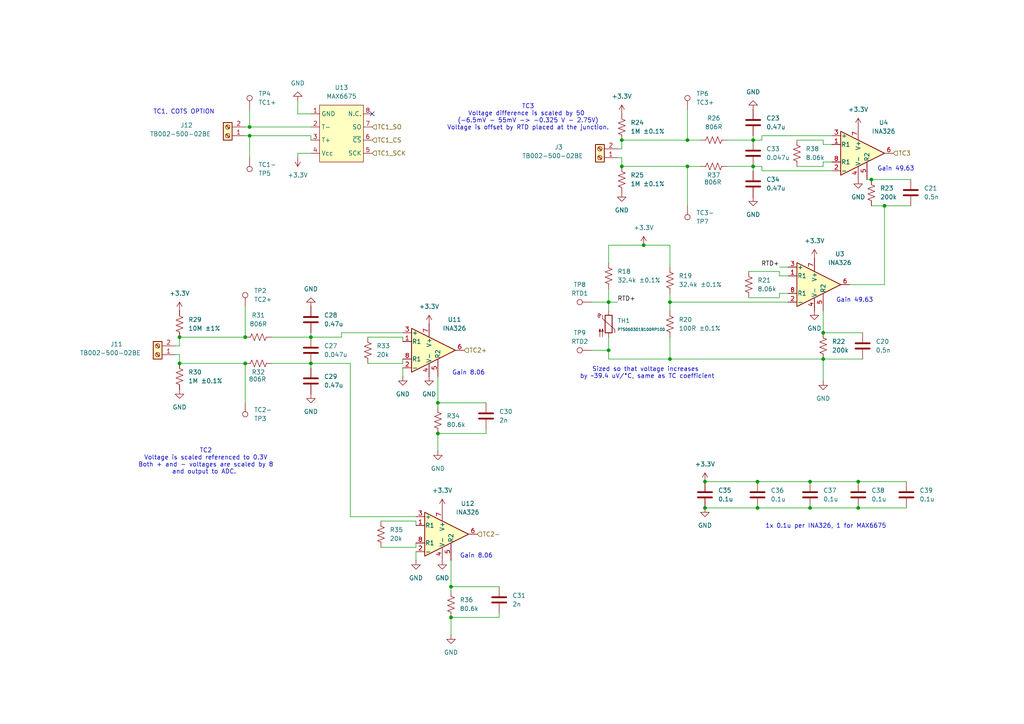
<source format=kicad_sch>
(kicad_sch (version 20250114) (generator "eeschema") (generator_version "9.0")
  (paper "A4")
  (lib_symbols
    (symbol "Amplifier_Instrumentation:INA326" (pin_names (offset 0.127))
      (property "Reference" "U" (at 3.81 3.175 0))
      (property "Value" "INA326" (at 3.81 -3.175 0))
      (symbol "INA326_0_1"
        (polyline (pts (xy 7.62 0) (xy -5.08 6.35) (xy -5.08 -6.35) (xy 7.62 0)) (stroke (width 0.254)) (fill (type background)))
      )
      (symbol "INA326_1_1"
        (pin input line (at -7.62 5.08 0) (length 2.54) (name "+") (number "3"))
        (pin passive line (at -7.62 2.54 0) (length 2.54) (name "R1") (number "1"))
        (pin passive line (at -7.62 -2.54 0) (length 2.54) (name "R1") (number "8"))
        (pin input line (at -7.62 -5.08 0) (length 2.54) (name "-") (number "2"))
        (pin power_in line (at 0 7.62 270) (length 3.81) (name "V+") (number "7"))
        (pin power_in line (at 0 -7.62 90) (length 3.81) (name "V-") (number "4"))
        (pin input line (at 2.54 -7.62 90) (length 5.08) (name "R2") (number "5"))
        (pin output line (at 10.16 0 180) (length 2.54) (name "~") (number "6"))
      )
    )
    (symbol "Connector:Screw_Terminal_01x02" (pin_names (offset 1.016) (hide yes))
      (property "Reference" "J" (at 0 2.54 0))
      (property "Value" "Screw_Terminal_01x02" (at 0 -5.08 0))
      (symbol "Screw_Terminal_01x02_1_1"
        (rectangle (start -1.27 1.27) (end 1.27 -3.81) (stroke (width 0.254)) (fill (type background)))
        (polyline (pts (xy -0.5334 0.3302) (xy 0.3302 -0.508)) (stroke (width 0.1524)))
        (polyline (pts (xy -0.5334 -2.2098) (xy 0.3302 -3.048)) (stroke (width 0.1524)))
        (polyline (pts (xy -0.3556 0.508) (xy 0.508 -0.3302)) (stroke (width 0.1524)))
        (polyline (pts (xy -0.3556 -2.032) (xy 0.508 -2.8702)) (stroke (width 0.1524)))
        (circle (center 0 0) (radius 0.635) (stroke (width 0.1524)))
        (circle (center 0 -2.54) (radius 0.635) (stroke (width 0.1524)))
        (pin passive line (at -5.08 0 0) (length 3.81) (name "Pin_1") (number "1"))
        (pin passive line (at -5.08 -2.54 0) (length 3.81) (name "Pin_2") (number "2"))
      )
    )
    (symbol "Connector:TestPoint" (pin_numbers (hide yes)) (pin_names (offset 0.762) (hide yes))
      (property "Reference" "TP" (at 0 6.858 0))
      (property "Value" "TestPoint" (at 0 5.08 0))
      (symbol "TestPoint_0_1"
        (circle (center 0 3.302) (radius 0.762))
      )
      (symbol "TestPoint_1_1"
        (pin passive line (at 0 0 90) (length 2.54) (name "1") (number "1"))
      )
    )
    (symbol "Device:C" (pin_numbers (hide yes)) (pin_names (offset 0.254))
      (property "Reference" "C" (at 0.635 2.54 0))
      (property "Value" "C" (at 0.635 -2.54 0))
      (symbol "C_0_1"
        (polyline (pts (xy -2.032 0.762) (xy 2.032 0.762)) (stroke (width 0.508)))
        (polyline (pts (xy -2.032 -0.762) (xy 2.032 -0.762)) (stroke (width 0.508)))
      )
      (symbol "C_1_1"
        (pin passive line (at 0 3.81 270) (length 2.794) (name "~") (number "1"))
        (pin passive line (at 0 -3.81 90) (length 2.794) (name "~") (number "2"))
      )
    )
    (symbol "Device:R_US" (pin_numbers (hide yes)) (pin_names (offset 0))
      (property "Reference" "R" (at 2.54 0 90))
      (property "Value" "R_US" (at -2.54 0 90))
      (symbol "R_US_0_1"
        (polyline (pts (xy 0 2.286) (xy 0 2.54)))
        (polyline (pts (xy 0 2.286) (xy 1.016 1.905) (xy 0 1.524) (xy -1.016 1.143) (xy 0 0.762)))
        (polyline (pts (xy 0 0.762) (xy 1.016 0.381) (xy 0 0) (xy -1.016 -0.381) (xy 0 -0.762)))
        (polyline (pts (xy 0 -0.762) (xy 1.016 -1.143) (xy 0 -1.524) (xy -1.016 -1.905) (xy 0 -2.286)))
        (polyline (pts (xy 0 -2.286) (xy 0 -2.54)))
      )
      (symbol "R_US_1_1"
        (pin passive line (at 0 3.81 270) (length 1.27) (name "~") (number "1"))
        (pin passive line (at 0 -3.81 90) (length 1.27) (name "~") (number "2"))
      )
    )
    (symbol "FYDP_Library:MAX6675"
      (property "Reference" "U" (at 0 0 0))
      (property "Value" "MAX6675" (at -0.254 -2.032 0))
      (symbol "MAX6675_0_1"
        (rectangle (start -6.35 -3.81) (end 6.35 -20.32) (fill (type background)))
      )
      (symbol "MAX6675_1_1"
        (pin input line (at -8.89 -6.35 0) (length 2.54) (name "GND") (number "1"))
        (pin input line (at -8.89 -10.16 0) (length 2.54) (name "T-") (number "2"))
        (pin input line (at -8.89 -13.97 0) (length 2.54) (name "T+") (number "3"))
        (pin input line (at -8.89 -17.78 0) (length 2.54) (name "Vcc") (number "4"))
        (pin input line (at 8.89 -6.35 180) (length 2.54) (name "N.C.") (number "8"))
        (pin input line (at 8.89 -10.16 180) (length 2.54) (name "SO") (number "7"))
        (pin input line (at 8.89 -13.97 180) (length 2.54) (name "~{CS}") (number "6"))
        (pin input line (at 8.89 -17.78 180) (length 2.54) (name "SCK") (number "5"))
      )
    )
    (symbol "Sensor_Temperature:PT100" (pin_numbers (hide yes)) (pin_names (offset 0))
      (property "Reference" "TH" (at -4.445 0 90))
      (property "Value" "PT100" (at 3.175 0 90))
      (symbol "PT100_0_1"
        (arc (start -3.175 2.413) (mid -3.0506 2.3165) (end -3.048 2.159))
        (arc (start -3.048 2.794) (mid -2.9736 2.9736) (end -2.794 3.048))
        (arc (start -2.794 3.048) (mid -2.6144 2.9736) (end -2.54 2.794))
        (arc (start -2.794 2.54) (mid -2.9736 2.6144) (end -3.048 2.794))
        (arc (start -2.794 1.905) (mid -2.9736 1.9794) (end -3.048 2.159))
        (arc (start -2.54 2.159) (mid -2.6144 1.9794) (end -2.794 1.905))
        (arc (start -2.159 2.794) (mid -2.434 2.5608) (end -2.794 2.54))
        (polyline (pts (xy -2.54 2.159) (xy -2.54 2.794)))
        (polyline (pts (xy -2.54 -3.683) (xy -2.54 -1.397) (xy -2.794 -2.159) (xy -2.286 -2.159) (xy -2.54 -1.397) (xy -2.54 -1.651)) (fill (type outline)))
        (polyline (pts (xy -1.778 2.54) (xy -1.778 1.524) (xy 1.778 -1.524) (xy 1.778 -2.54)))
        (polyline (pts (xy -1.778 -3.683) (xy -1.778 -1.397) (xy -2.032 -2.159) (xy -1.524 -2.159) (xy -1.778 -1.397) (xy -1.778 -1.651)) (fill (type outline)))
        (rectangle (start -1.016 2.54) (end 1.016 -2.54) (stroke (width 0.254)))
      )
      (symbol "PT100_1_1"
        (pin passive line (at 0 3.81 270) (length 1.27) (name "~") (number "1"))
        (pin passive line (at 0 -3.81 90) (length 1.27) (name "~") (number "2"))
      )
    )
    (symbol "power:+3.3V" (power) (pin_numbers (hide yes)) (pin_names (offset 0) (hide yes))
      (property "Value" "+3.3V" (at 0 3.556 0))
      (symbol "+3.3V_0_1"
        (polyline (pts (xy -0.762 1.27) (xy 0 2.54)))
        (polyline (pts (xy 0 2.54) (xy 0.762 1.27)))
        (polyline (pts (xy 0 0) (xy 0 2.54)))
      )
      (symbol "+3.3V_1_1"
        (pin power_in line (at 0 0 90) (length 0) (name "~") (number "1"))
      )
    )
    (symbol "power:GND" (power) (pin_numbers (hide yes)) (pin_names (offset 0) (hide yes))
      (property "Value" "GND" (at 0 -3.81 0))
      (symbol "GND_0_1"
        (polyline (pts (xy 0 0) (xy 0 -1.27) (xy 1.27 -1.27) (xy 0 -2.54) (xy -1.27 -1.27) (xy 0 -1.27)))
      )
      (symbol "GND_1_1"
        (pin power_in line (at 0 0 270) (length 0) (name "~") (number "1"))
      )
    )
  )
  (text "TC3\nVoltage difference is scaled by 50 \n(-6.5mV - 55mV -> -0.325 V - 2.75V)\nVoltage is offset by RTD placed at the junction.\n" (at 153.162 34.036 0) (effects (font (size 1.27 1.27))))
  (text "Gain 8.06" (at 138.176 161.29 0) (effects (font (size 1.27 1.27))))
  (text "Sized so that voltage increases \nby ~39.4 uV/°C, same as TC coefficient" (at 187.706 108.204 0) (effects (font (size 1.27 1.27))))
  (text "Gain 49.63" (at 259.842 49.022 0) (effects (font (size 1.27 1.27))))
  (text "Gain 8.06" (at 135.89 108.204 0) (effects (font (size 1.27 1.27))))
  (text "TC2\nVoltage is scaled referenced to 0.3V\nBoth + and - voltages are scaled by 8\nand output to ADC. " (at 59.69 133.858 0) (effects (font (size 1.27 1.27))))
  (text "Gain 49.63" (at 247.904 87.122 0) (effects (font (size 1.27 1.27))))
  (text "1x 0.1u per INA326, 1 for MAX6675" (at 239.522 152.654 0) (effects (font (size 1.27 1.27))))
  (text "TC1, COTS OPTION" (at 53.34 32.512 0) (effects (font (size 1.27 1.27))))
  (junction (at 194.31 104.14))
  (junction (at 238.76 104.14))
  (junction (at 127 116.84))
  (junction (at 71.12 105.41))
  (junction (at 204.47 139.7))
  (junction (at 194.31 87.63))
  (junction (at 71.12 97.79))
  (junction (at 199.39 40.64))
  (junction (at 72.39 39.37))
  (junction (at 90.17 97.79))
  (junction (at 218.44 48.26))
  (junction (at 256.54 59.69))
  (junction (at 248.92 139.7))
  (junction (at 127 125.73))
  (junction (at 176.53 101.6))
  (junction (at 234.95 139.7))
  (junction (at 52.07 97.79))
  (junction (at 219.71 139.7))
  (junction (at 238.76 96.52))
  (junction (at 52.07 105.41))
  (junction (at 204.47 147.32))
  (junction (at 180.34 48.26))
  (junction (at 72.39 36.83))
  (junction (at 218.44 40.64))
  (junction (at 176.53 87.63))
  (junction (at 219.71 147.32))
  (junction (at 186.69 71.12))
  (junction (at 130.81 170.18))
  (junction (at 180.34 40.64))
  (junction (at 248.92 147.32))
  (junction (at 90.17 105.41))
  (junction (at 252.73 52.07))
  (junction (at 199.39 48.26))
  (junction (at 234.95 147.32))
  (junction (at 130.81 179.07))
  (no_connect (at 107.95 33.02))
  (wire (pts (xy 226.06 80.01) (xy 228.6 80.01)))
  (wire (pts (xy 130.81 170.18) (xy 144.78 170.18)))
  (wire (pts (xy 231.14 40.64) (xy 238.76 40.64)))
  (wire (pts (xy 218.44 39.37) (xy 218.44 40.64)))
  (wire (pts (xy 194.31 104.14) (xy 238.76 104.14)))
  (wire (pts (xy 101.6 149.86) (xy 120.65 149.86)))
  (wire (pts (xy 194.31 71.12) (xy 194.31 77.47)))
  (wire (pts (xy 72.39 39.37) (xy 90.17 39.37)))
  (wire (pts (xy 171.45 101.6) (xy 176.53 101.6)))
  (wire (pts (xy 130.81 162.56) (xy 130.81 170.18)))
  (wire (pts (xy 238.76 48.26) (xy 231.14 48.26)))
  (wire (pts (xy 116.84 105.41) (xy 116.84 104.14)))
  (wire (pts (xy 72.39 39.37) (xy 72.39 45.72)))
  (wire (pts (xy 120.65 160.02) (xy 120.65 162.56)))
  (wire (pts (xy 180.34 40.64) (xy 199.39 40.64)))
  (wire (pts (xy 256.54 59.69) (xy 252.73 59.69)))
  (wire (pts (xy 210.82 40.64) (xy 218.44 40.64)))
  (wire (pts (xy 203.2 48.26) (xy 199.39 48.26)))
  (wire (pts (xy 194.31 85.09) (xy 194.31 87.63)))
  (wire (pts (xy 238.76 96.52) (xy 250.19 96.52)))
  (wire (pts (xy 248.92 147.32) (xy 262.89 147.32)))
  (wire (pts (xy 101.6 105.41) (xy 90.17 105.41)))
  (wire (pts (xy 194.31 97.79) (xy 194.31 104.14)))
  (wire (pts (xy 179.07 43.18) (xy 180.34 43.18)))
  (wire (pts (xy 176.53 71.12) (xy 186.69 71.12)))
  (wire (pts (xy 72.39 36.83) (xy 90.17 36.83)))
  (wire (pts (xy 194.31 87.63) (xy 194.31 90.17)))
  (wire (pts (xy 199.39 31.75) (xy 199.39 40.64)))
  (wire (pts (xy 144.78 177.8) (xy 144.78 179.07)))
  (wire (pts (xy 116.84 97.79) (xy 116.84 99.06)))
  (wire (pts (xy 106.68 97.79) (xy 116.84 97.79)))
  (wire (pts (xy 199.39 48.26) (xy 199.39 59.69)))
  (wire (pts (xy 52.07 105.41) (xy 71.12 105.41)))
  (wire (pts (xy 116.84 96.52) (xy 99.06 96.52)))
  (wire (pts (xy 71.12 36.83) (xy 72.39 36.83)))
  (wire (pts (xy 99.06 96.52) (xy 99.06 97.79)))
  (wire (pts (xy 180.34 48.26) (xy 199.39 48.26)))
  (wire (pts (xy 219.71 147.32) (xy 234.95 147.32)))
  (wire (pts (xy 176.53 104.14) (xy 194.31 104.14)))
  (wire (pts (xy 116.84 106.68) (xy 116.84 109.22)))
  (wire (pts (xy 180.34 40.64) (xy 180.34 43.18)))
  (wire (pts (xy 140.97 124.46) (xy 140.97 125.73)))
  (wire (pts (xy 248.92 139.7) (xy 262.89 139.7)))
  (wire (pts (xy 120.65 158.75) (xy 120.65 157.48)))
  (wire (pts (xy 52.07 102.87) (xy 52.07 105.41)))
  (wire (pts (xy 71.12 88.9) (xy 71.12 97.79)))
  (wire (pts (xy 50.8 102.87) (xy 52.07 102.87)))
  (wire (pts (xy 228.6 87.63) (xy 194.31 87.63)))
  (wire (pts (xy 203.2 40.64) (xy 199.39 40.64)))
  (wire (pts (xy 86.36 44.45) (xy 90.17 44.45)))
  (wire (pts (xy 251.46 52.07) (xy 252.73 52.07)))
  (wire (pts (xy 238.76 41.91) (xy 241.3 41.91)))
  (wire (pts (xy 220.98 49.53) (xy 220.98 48.26)))
  (wire (pts (xy 130.81 170.18) (xy 130.81 171.45)))
  (wire (pts (xy 228.6 85.09) (xy 226.06 85.09)))
  (wire (pts (xy 86.36 29.21) (xy 86.36 33.02)))
  (wire (pts (xy 194.31 71.12) (xy 186.69 71.12)))
  (wire (pts (xy 176.53 87.63) (xy 179.07 87.63)))
  (wire (pts (xy 217.17 78.74) (xy 226.06 78.74)))
  (wire (pts (xy 110.49 151.13) (xy 120.65 151.13)))
  (wire (pts (xy 219.71 139.7) (xy 234.95 139.7)))
  (wire (pts (xy 176.53 83.82) (xy 176.53 87.63)))
  (wire (pts (xy 52.07 97.79) (xy 52.07 100.33)))
  (wire (pts (xy 256.54 82.55) (xy 256.54 59.69)))
  (wire (pts (xy 176.53 76.2) (xy 176.53 71.12)))
  (wire (pts (xy 127 125.73) (xy 127 130.81)))
  (wire (pts (xy 256.54 59.69) (xy 264.16 59.69)))
  (wire (pts (xy 127 116.84) (xy 127 118.11)))
  (wire (pts (xy 204.47 147.32) (xy 219.71 147.32)))
  (wire (pts (xy 52.07 97.79) (xy 71.12 97.79)))
  (wire (pts (xy 241.3 46.99) (xy 238.76 46.99)))
  (wire (pts (xy 234.95 139.7) (xy 248.92 139.7)))
  (wire (pts (xy 127 109.22) (xy 127 116.84)))
  (wire (pts (xy 238.76 40.64) (xy 238.76 41.91)))
  (wire (pts (xy 90.17 39.37) (xy 90.17 40.64)))
  (wire (pts (xy 50.8 100.33) (xy 52.07 100.33)))
  (wire (pts (xy 220.98 48.26) (xy 218.44 48.26)))
  (wire (pts (xy 238.76 90.17) (xy 238.76 96.52)))
  (wire (pts (xy 101.6 105.41) (xy 101.6 149.86)))
  (wire (pts (xy 218.44 49.53) (xy 218.44 48.26)))
  (wire (pts (xy 246.38 82.55) (xy 256.54 82.55)))
  (wire (pts (xy 127 116.84) (xy 140.97 116.84)))
  (wire (pts (xy 241.3 39.37) (xy 220.98 39.37)))
  (wire (pts (xy 238.76 104.14) (xy 238.76 110.49)))
  (wire (pts (xy 250.19 104.14) (xy 238.76 104.14)))
  (wire (pts (xy 71.12 105.41) (xy 71.12 116.84)))
  (wire (pts (xy 176.53 87.63) (xy 176.53 90.17)))
  (wire (pts (xy 252.73 52.07) (xy 264.16 52.07)))
  (wire (pts (xy 241.3 49.53) (xy 220.98 49.53)))
  (wire (pts (xy 238.76 46.99) (xy 238.76 48.26)))
  (wire (pts (xy 144.78 179.07) (xy 130.81 179.07)))
  (wire (pts (xy 106.68 105.41) (xy 116.84 105.41)))
  (wire (pts (xy 171.45 87.63) (xy 176.53 87.63)))
  (wire (pts (xy 86.36 45.72) (xy 86.36 44.45)))
  (wire (pts (xy 120.65 151.13) (xy 120.65 152.4)))
  (wire (pts (xy 78.74 105.41) (xy 90.17 105.41)))
  (wire (pts (xy 220.98 39.37) (xy 220.98 40.64)))
  (wire (pts (xy 180.34 45.72) (xy 180.34 48.26)))
  (wire (pts (xy 90.17 106.68) (xy 90.17 105.41)))
  (wire (pts (xy 110.49 158.75) (xy 120.65 158.75)))
  (wire (pts (xy 226.06 77.47) (xy 228.6 77.47)))
  (wire (pts (xy 140.97 125.73) (xy 127 125.73)))
  (wire (pts (xy 226.06 85.09) (xy 226.06 86.36)))
  (wire (pts (xy 72.39 31.75) (xy 72.39 36.83)))
  (wire (pts (xy 220.98 40.64) (xy 218.44 40.64)))
  (wire (pts (xy 234.95 147.32) (xy 248.92 147.32)))
  (wire (pts (xy 204.47 139.7) (xy 219.71 139.7)))
  (wire (pts (xy 179.07 45.72) (xy 180.34 45.72)))
  (wire (pts (xy 86.36 33.02) (xy 90.17 33.02)))
  (wire (pts (xy 176.53 97.79) (xy 176.53 101.6)))
  (wire (pts (xy 226.06 78.74) (xy 226.06 80.01)))
  (wire (pts (xy 176.53 101.6) (xy 176.53 104.14)))
  (wire (pts (xy 90.17 96.52) (xy 90.17 97.79)))
  (wire (pts (xy 78.74 97.79) (xy 90.17 97.79)))
  (wire (pts (xy 99.06 97.79) (xy 90.17 97.79)))
  (wire (pts (xy 71.12 39.37) (xy 72.39 39.37)))
  (wire (pts (xy 210.82 48.26) (xy 218.44 48.26)))
  (wire (pts (xy 226.06 86.36) (xy 217.17 86.36)))
  (wire (pts (xy 130.81 179.07) (xy 130.81 184.15)))
  (label "RTD+" (at 179.07 87.63 0))
  (label "RTD+" (at 226.06 77.47 180))
  (hierarchical_label "TC2-" (shape input) (at 138.43 154.94 0))
  (hierarchical_label "TC2+" (shape input) (at 134.62 101.6 0))
  (hierarchical_label "TC1_SCK" (shape input) (at 107.95 44.45 0))
  (hierarchical_label "TC3" (shape input) (at 259.08 44.45 0))
  (hierarchical_label "TC1_SO" (shape input) (at 107.95 36.83 0))
  (hierarchical_label "TC1_CS" (shape input) (at 107.95 40.64 0))
  (symbol (lib_id "Connector:TestPoint") (at 71.12 88.9 0) (unit 1)
    (property "Reference" "TP2" (at 73.66 84.3279 0) (effects (justify left)))
    (property "Value" "TC2+" (at 73.66 86.8679 0) (effects (justify left)))
    (property "Footprint" "TestPoint:TestPoint_Pad_D2.0mm" (effects (hide yes)))
    (property "Description" "test point" (effects (hide yes)))
  )
  (symbol (lib_id "Connector:Screw_Terminal_01x02") (at 66.04 39.37 180) (unit 1)
    (property "Reference" "J12" (at 54.102 36.322 0))
    (property "Value" "TB002-500-02BE" (at 52.324 38.862 0))
    (property "Footprint" "TerminalBlock_CUI:TerminalBlock_CUI_TB007-508-02_1x02_P5.08mm_Horizontal" (effects (hide yes)))
    (property "Description" "Generic screw terminal, single row, 01x02, script generated (kicad-library-utils/schlib/autogen/connector/)" (effects (hide yes)))
  )
  (symbol (lib_id "Device:R_US") (at 127 121.92 0) (unit 1)
    (property "Reference" "R34" (at 129.54 120.6499 0) (effects (justify left)))
    (property "Value" "80.6k" (at 129.54 123.1899 0) (effects (justify left)))
    (property "Footprint" "Resistor_SMD:R_0805_2012Metric_Pad1.20x1.40mm_HandSolder" (effects (hide yes)))
    (property "Description" "Resistor, US symbol" (effects (hide yes)))
  )
  (symbol (lib_id "Device:R_US") (at 252.73 55.88 0) (unit 1)
    (property "Reference" "R23" (at 255.27 54.6099 0) (effects (justify left)))
    (property "Value" "200k" (at 255.27 57.1499 0) (effects (justify left)))
    (property "Footprint" "Resistor_SMD:R_0805_2012Metric_Pad1.20x1.40mm_HandSolder" (effects (hide yes)))
    (property "Description" "Resistor, US symbol" (effects (hide yes)))
  )
  (symbol (lib_id "Sensor_Temperature:PT100") (at 176.53 93.98 0) (unit 1)
    (property "Reference" "TH1" (at 179.07 93.0274 0) (effects (justify left)))
    (property "Value" "PTS060301B100RP100" (at 179.07 95.5675 0) (effects (font (size 0.8 0.8)) (justify left)))
    (property "Footprint" "Resistor_SMD:R_0603_1608Metric_Pad0.98x0.95mm_HandSolder" (effects (hide yes)))
    (property "Datasheet" "https://www.heraeus.com/media/media/group/doc_group/products_1/hst/sot_to/de_15/to_92_d.pdf" (effects (hide yes)))
    (property "Description" "PT100 platinum temperature sensor (RTD)" (effects (hide yes)))
  )
  (symbol (lib_id "Amplifier_Instrumentation:INA326") (at 128.27 154.94 0) (unit 1)
    (property "Reference" "U12" (at 135.636 146.05 0))
    (property "Value" "INA326" (at 135.636 148.59 0))
    (property "Footprint" "Package_SO:MSOP-8_3x3mm_P0.65mm" (effects (hide yes)))
    (property "Datasheet" "http://www.ti.com/lit/ds/symlink/ina326.pdf" (effects (hide yes)))
    (property "Description" "Precision, Rail-to-Rail I/O Instrumentation Amplifier, MSOP-8 package" (effects (hide yes)))
  )
  (symbol (lib_id "Connector:Screw_Terminal_01x02") (at 173.99 45.72 180) (unit 1)
    (property "Reference" "J3" (at 162.052 42.672 0))
    (property "Value" "TB002-500-02BE" (at 160.274 45.212 0))
    (property "Footprint" "TerminalBlock_CUI:TerminalBlock_CUI_TB007-508-02_1x02_P5.08mm_Horizontal" (effects (hide yes)))
    (property "Description" "Generic screw terminal, single row, 01x02, script generated (kicad-library-utils/schlib/autogen/connector/)" (effects (hide yes)))
  )
  (symbol (lib_id "power:GND") (at 90.17 114.3 0) (unit 1)
    (property "Reference" "#PWR064" (effects (hide yes)))
    (property "Value" "GND" (at 90.17 119.38 0))
    (property "Description" "Power symbol creates a global label with name \"GND\" , ground" (effects (hide yes)))
  )
  (symbol (lib_id "power:+3.3V") (at 128.27 147.32 0) (unit 1)
    (property "Reference" "#PWR077" (effects (hide yes)))
    (property "Value" "+3.3V" (at 128.27 142.24 0))
    (property "Description" "Power symbol creates a global label with name \"+3.3V\"" (effects (hide yes)))
  )
  (symbol (lib_id "Device:C") (at 144.78 173.99 0) (unit 1)
    (property "Reference" "C31" (at 148.59 172.7199 0) (effects (justify left)))
    (property "Value" "2n" (at 148.59 175.2599 0) (effects (justify left)))
    (property "Footprint" "Capacitor_SMD:C_0805_2012Metric_Pad1.18x1.45mm_HandSolder" (effects (hide yes)))
    (property "Description" "Unpolarized capacitor" (effects (hide yes)))
  )
  (symbol (lib_id "Device:C") (at 204.47 143.51 0) (unit 1)
    (property "Reference" "C35" (at 208.28 142.2399 0) (effects (justify left)))
    (property "Value" "0.1u" (at 208.28 144.7799 0) (effects (justify left)))
    (property "Footprint" "Capacitor_SMD:C_0805_2012Metric_Pad1.18x1.45mm_HandSolder" (effects (hide yes)))
    (property "Description" "Unpolarized capacitor" (effects (hide yes)))
  )
  (symbol (lib_id "power:+3.3V") (at 86.36 45.72 0) (mirror x) (unit 1)
    (property "Reference" "#PWR080" (effects (hide yes)))
    (property "Value" "+3.3V" (at 86.36 50.8 0))
    (property "Description" "Power symbol creates a global label with name \"+3.3V\"" (effects (hide yes)))
  )
  (symbol (lib_id "FYDP_Library:MAX6675") (at 99.06 26.67 0) (unit 1)
    (property "Reference" "U13" (at 99.06 25.4 0))
    (property "Value" "MAX6675" (at 99.06 27.94 0))
    (property "Footprint" "Package_SO:SOIC-8_3.9x4.9mm_P1.27mm" (effects (hide yes)))
  )
  (symbol (lib_id "Device:R_US") (at 52.07 93.98 0) (unit 1)
    (property "Reference" "R29" (at 54.61 92.7099 0) (effects (justify left)))
    (property "Value" "10M ±1%" (at 54.61 95.2499 0) (effects (justify left)))
    (property "Footprint" "Resistor_SMD:R_0805_2012Metric_Pad1.20x1.40mm_HandSolder" (effects (hide yes)))
    (property "Description" "Resistor, US symbol" (effects (hide yes)))
  )
  (symbol (lib_id "Device:R_US") (at 207.01 40.64 90) (unit 1)
    (property "Reference" "R26" (at 207.01 34.29 90))
    (property "Value" "806R" (at 207.01 36.83 90))
    (property "Footprint" "Resistor_SMD:R_0805_2012Metric_Pad1.20x1.40mm_HandSolder" (effects (hide yes)))
    (property "Description" "Resistor, US symbol" (effects (hide yes)))
  )
  (symbol (lib_id "Device:C") (at 262.89 143.51 0) (unit 1)
    (property "Reference" "C39" (at 266.7 142.2399 0) (effects (justify left)))
    (property "Value" "0.1u" (at 266.7 144.7799 0) (effects (justify left)))
    (property "Footprint" "Capacitor_SMD:C_0805_2012Metric_Pad1.18x1.45mm_HandSolder" (effects (hide yes)))
    (property "Description" "Unpolarized capacitor" (effects (hide yes)))
  )
  (symbol (lib_id "Device:R_US") (at 207.01 48.26 90) (unit 1)
    (property "Reference" "R37" (at 207.01 50.8 90))
    (property "Value" "806R" (at 206.756 52.832 90))
    (property "Footprint" "Resistor_SMD:R_0805_2012Metric_Pad1.20x1.40mm_HandSolder" (effects (hide yes)))
    (property "Description" "Resistor, US symbol" (effects (hide yes)))
  )
  (symbol (lib_id "Device:R_US") (at 194.31 81.28 0) (unit 1)
    (property "Reference" "R19" (at 196.85 80.0099 0) (effects (justify left)))
    (property "Value" "32.4k ±0.1%" (at 196.85 82.5499 0) (effects (justify left)))
    (property "Footprint" "Resistor_SMD:R_0805_2012Metric_Pad1.20x1.40mm_HandSolder" (effects (hide yes)))
    (property "Description" "Resistor, US symbol" (effects (hide yes)))
  )
  (symbol (lib_id "Device:R_US") (at 180.34 52.07 0) (unit 1)
    (property "Reference" "R25" (at 182.88 50.7999 0) (effects (justify left)))
    (property "Value" "1M ±0.1%" (at 182.88 53.3399 0) (effects (justify left)))
    (property "Footprint" "Resistor_SMD:R_0805_2012Metric_Pad1.20x1.40mm_HandSolder" (effects (hide yes)))
    (property "Description" "Resistor, US symbol" (effects (hide yes)))
  )
  (symbol (lib_id "Connector:TestPoint") (at 72.39 45.72 0) (mirror x) (unit 1)
    (property "Reference" "TP5" (at 74.93 50.2921 0) (effects (justify left)))
    (property "Value" "TC1-" (at 74.93 47.7521 0) (effects (justify left)))
    (property "Footprint" "TestPoint:TestPoint_Pad_D2.0mm" (effects (hide yes)))
    (property "Description" "test point" (effects (hide yes)))
  )
  (symbol (lib_id "power:+3.3V") (at 204.47 139.7 0) (unit 1)
    (property "Reference" "#PWR036" (effects (hide yes)))
    (property "Value" "+3.3V" (at 204.47 134.62 0))
    (property "Description" "Power symbol creates a global label with name \"+3.3V\"" (effects (hide yes)))
  )
  (symbol (lib_id "power:+3.3V") (at 248.92 36.83 0) (unit 1)
    (property "Reference" "#PWR043" (effects (hide yes)))
    (property "Value" "+3.3V" (at 248.92 31.75 0))
    (property "Description" "Power symbol creates a global label with name \"+3.3V\"" (effects (hide yes)))
  )
  (symbol (lib_id "power:+3.3V") (at 186.69 71.12 0) (unit 1)
    (property "Reference" "#PWR025" (effects (hide yes)))
    (property "Value" "+3.3V" (at 186.69 66.04 0))
    (property "Description" "Power symbol creates a global label with name \"+3.3V\"" (effects (hide yes)))
  )
  (symbol (lib_id "power:GND") (at 248.92 52.07 0) (unit 1)
    (property "Reference" "#PWR044" (effects (hide yes)))
    (property "Value" "GND" (at 248.92 57.15 0))
    (property "Description" "Power symbol creates a global label with name \"GND\" , ground" (effects (hide yes)))
  )
  (symbol (lib_id "power:+3.3V") (at 236.22 74.93 0) (unit 1)
    (property "Reference" "#PWR026" (effects (hide yes)))
    (property "Value" "+3.3V" (at 236.22 69.85 0))
    (property "Description" "Power symbol creates a global label with name \"+3.3V\"" (effects (hide yes)))
  )
  (symbol (lib_id "Device:C") (at 90.17 110.49 0) (unit 1)
    (property "Reference" "C29" (at 93.98 109.2199 0) (effects (justify left)))
    (property "Value" "0.47u" (at 93.98 111.7599 0) (effects (justify left)))
    (property "Footprint" "Capacitor_SMD:C_0805_2012Metric_Pad1.18x1.45mm_HandSolder" (effects (hide yes)))
    (property "Description" "Unpolarized capacitor" (effects (hide yes)))
  )
  (symbol (lib_id "power:+3.3V") (at 180.34 33.02 0) (unit 1)
    (property "Reference" "#PWR028" (effects (hide yes)))
    (property "Value" "+3.3V" (at 180.34 27.94 0))
    (property "Description" "Power symbol creates a global label with name \"+3.3V\"" (effects (hide yes)))
  )
  (symbol (lib_id "Device:C") (at 248.92 143.51 0) (unit 1)
    (property "Reference" "C38" (at 252.73 142.2399 0) (effects (justify left)))
    (property "Value" "0.1u" (at 252.73 144.7799 0) (effects (justify left)))
    (property "Footprint" "Capacitor_SMD:C_0805_2012Metric_Pad1.18x1.45mm_HandSolder" (effects (hide yes)))
    (property "Description" "Unpolarized capacitor" (effects (hide yes)))
  )
  (symbol (lib_id "Device:C") (at 218.44 53.34 0) (unit 1)
    (property "Reference" "C34" (at 222.25 52.0699 0) (effects (justify left)))
    (property "Value" "0.47u" (at 222.25 54.6099 0) (effects (justify left)))
    (property "Footprint" "Capacitor_SMD:C_0805_2012Metric_Pad1.18x1.45mm_HandSolder" (effects (hide yes)))
    (property "Description" "Unpolarized capacitor" (effects (hide yes)))
  )
  (symbol (lib_id "power:GND") (at 116.84 109.22 0) (unit 1)
    (property "Reference" "#PWR075" (effects (hide yes)))
    (property "Value" "GND" (at 116.84 114.3 0))
    (property "Description" "Power symbol creates a global label with name \"GND\" , ground" (effects (hide yes)))
  )
  (symbol (lib_id "power:GND") (at 218.44 31.75 0) (mirror x) (unit 1)
    (property "Reference" "#PWR034" (effects (hide yes)))
    (property "Value" "GND" (at 218.44 26.67 0))
    (property "Description" "Power symbol creates a global label with name \"GND\" , ground" (effects (hide yes)))
  )
  (symbol (lib_id "Connector:TestPoint") (at 72.39 31.75 0) (unit 1)
    (property "Reference" "TP4" (at 74.93 27.1779 0) (effects (justify left)))
    (property "Value" "TC1+" (at 74.93 29.7179 0) (effects (justify left)))
    (property "Footprint" "TestPoint:TestPoint_Pad_D2.0mm" (effects (hide yes)))
    (property "Description" "test point" (effects (hide yes)))
  )
  (symbol (lib_id "Device:R_US") (at 52.07 109.22 0) (unit 1)
    (property "Reference" "R30" (at 54.61 107.9499 0) (effects (justify left)))
    (property "Value" "1M ±0.1%" (at 54.61 110.4899 0) (effects (justify left)))
    (property "Footprint" "Resistor_SMD:R_0805_2012Metric_Pad1.20x1.40mm_HandSolder" (effects (hide yes)))
    (property "Description" "Resistor, US symbol" (effects (hide yes)))
  )
  (symbol (lib_id "power:GND") (at 218.44 57.15 0) (unit 1)
    (property "Reference" "#PWR035" (effects (hide yes)))
    (property "Value" "GND" (at 218.44 62.23 0))
    (property "Description" "Power symbol creates a global label with name \"GND\" , ground" (effects (hide yes)))
  )
  (symbol (lib_id "power:GND") (at 90.17 88.9 0) (mirror x) (unit 1)
    (property "Reference" "#PWR071" (effects (hide yes)))
    (property "Value" "GND" (at 90.17 83.82 0))
    (property "Description" "Power symbol creates a global label with name \"GND\" , ground" (effects (hide yes)))
  )
  (symbol (lib_id "Device:C") (at 140.97 120.65 0) (unit 1)
    (property "Reference" "C30" (at 144.78 119.3799 0) (effects (justify left)))
    (property "Value" "2n" (at 144.78 121.9199 0) (effects (justify left)))
    (property "Footprint" "Capacitor_SMD:C_0805_2012Metric_Pad1.18x1.45mm_HandSolder" (effects (hide yes)))
    (property "Description" "Unpolarized capacitor" (effects (hide yes)))
  )
  (symbol (lib_id "Connector:TestPoint") (at 199.39 31.75 0) (unit 1)
    (property "Reference" "TP6" (at 201.93 27.1779 0) (effects (justify left)))
    (property "Value" "TC3+" (at 201.93 29.7179 0) (effects (justify left)))
    (property "Footprint" "TestPoint:TestPoint_Pad_D2.0mm" (effects (hide yes)))
    (property "Description" "test point" (effects (hide yes)))
  )
  (symbol (lib_id "power:+3.3V") (at 52.07 90.17 0) (unit 1)
    (property "Reference" "#PWR048" (effects (hide yes)))
    (property "Value" "+3.3V" (at 52.07 85.09 0))
    (property "Description" "Power symbol creates a global label with name \"+3.3V\"" (effects (hide yes)))
  )
  (symbol (lib_id "Device:R_US") (at 180.34 36.83 0) (unit 1)
    (property "Reference" "R24" (at 182.88 35.5599 0) (effects (justify left)))
    (property "Value" "1M ±0.1%" (at 182.88 38.0999 0) (effects (justify left)))
    (property "Footprint" "Resistor_SMD:R_0805_2012Metric_Pad1.20x1.40mm_HandSolder" (effects (hide yes)))
    (property "Description" "Resistor, US symbol" (effects (hide yes)))
  )
  (symbol (lib_id "power:GND") (at 86.36 29.21 0) (mirror x) (unit 1)
    (property "Reference" "#PWR081" (effects (hide yes)))
    (property "Value" "GND" (at 86.36 24.13 0))
    (property "Description" "Power symbol creates a global label with name \"GND\" , ground" (effects (hide yes)))
  )
  (symbol (lib_id "Device:C") (at 264.16 55.88 0) (unit 1)
    (property "Reference" "C21" (at 267.97 54.6099 0) (effects (justify left)))
    (property "Value" "0.5n" (at 267.97 57.1499 0) (effects (justify left)))
    (property "Footprint" "Capacitor_SMD:C_0805_2012Metric_Pad1.18x1.45mm_HandSolder" (effects (hide yes)))
    (property "Description" "Unpolarized capacitor" (effects (hide yes)))
  )
  (symbol (lib_id "Device:C") (at 90.17 92.71 0) (unit 1)
    (property "Reference" "C28" (at 93.98 91.4399 0) (effects (justify left)))
    (property "Value" "0.47u" (at 93.98 93.9799 0) (effects (justify left)))
    (property "Footprint" "Capacitor_SMD:C_0805_2012Metric_Pad1.18x1.45mm_HandSolder" (effects (hide yes)))
    (property "Description" "Unpolarized capacitor" (effects (hide yes)))
  )
  (symbol (lib_id "Amplifier_Instrumentation:INA326") (at 124.46 101.6 0) (unit 1)
    (property "Reference" "U11" (at 131.826 92.71 0))
    (property "Value" "INA326" (at 131.826 95.25 0))
    (property "Footprint" "Package_SO:MSOP-8_3x3mm_P0.65mm" (effects (hide yes)))
    (property "Datasheet" "http://www.ti.com/lit/ds/symlink/ina326.pdf" (effects (hide yes)))
    (property "Description" "Precision, Rail-to-Rail I/O Instrumentation Amplifier, MSOP-8 package" (effects (hide yes)))
  )
  (symbol (lib_id "Device:R_US") (at 231.14 44.45 0) (unit 1)
    (property "Reference" "R38" (at 233.68 43.1799 0) (effects (justify left)))
    (property "Value" "8.06k" (at 233.68 45.7199 0) (effects (justify left)))
    (property "Footprint" "Resistor_SMD:R_0805_2012Metric_Pad1.20x1.40mm_HandSolder" (effects (hide yes)))
    (property "Description" "Resistor, US symbol" (effects (hide yes)))
  )
  (symbol (lib_id "Connector:TestPoint") (at 171.45 101.6 90) (unit 1)
    (property "Reference" "TP9" (at 168.148 96.52 90))
    (property "Value" "RTD2" (at 168.148 99.06 90))
    (property "Footprint" "TestPoint:TestPoint_Pad_D2.0mm" (effects (hide yes)))
    (property "Description" "test point" (effects (hide yes)))
  )
  (symbol (lib_id "Amplifier_Instrumentation:INA326") (at 248.92 44.45 0) (unit 1)
    (property "Reference" "U4" (at 256.286 35.56 0))
    (property "Value" "INA326" (at 256.286 38.1 0))
    (property "Footprint" "Package_SO:MSOP-8_3x3mm_P0.65mm" (effects (hide yes)))
    (property "Datasheet" "http://www.ti.com/lit/ds/symlink/ina326.pdf" (effects (hide yes)))
    (property "Description" "Precision, Rail-to-Rail I/O Instrumentation Amplifier, MSOP-8 package" (effects (hide yes)))
  )
  (symbol (lib_id "power:GND") (at 124.46 109.22 0) (unit 1)
    (property "Reference" "#PWR072" (effects (hide yes)))
    (property "Value" "GND" (at 124.46 114.3 0))
    (property "Description" "Power symbol creates a global label with name \"GND\" , ground" (effects (hide yes)))
  )
  (symbol (lib_id "Connector:Screw_Terminal_01x02") (at 45.72 102.87 180) (unit 1)
    (property "Reference" "J11" (at 33.782 99.822 0))
    (property "Value" "TB002-500-02BE" (at 32.004 102.362 0))
    (property "Footprint" "TerminalBlock_CUI:TerminalBlock_CUI_TB007-508-02_1x02_P5.08mm_Horizontal" (effects (hide yes)))
    (property "Description" "Generic screw terminal, single row, 01x02, script generated (kicad-library-utils/schlib/autogen/connector/)" (effects (hide yes)))
  )
  (symbol (lib_id "Device:C") (at 90.17 101.6 0) (unit 1)
    (property "Reference" "C27" (at 93.98 100.3299 0) (effects (justify left)))
    (property "Value" "0.047u" (at 93.98 102.8699 0) (effects (justify left)))
    (property "Footprint" "Capacitor_SMD:C_0805_2012Metric_Pad1.18x1.45mm_HandSolder" (effects (hide yes)))
    (property "Description" "Unpolarized capacitor" (effects (hide yes)))
  )
  (symbol (lib_id "power:GND") (at 52.07 113.03 0) (unit 1)
    (property "Reference" "#PWR062" (effects (hide yes)))
    (property "Value" "GND" (at 52.07 118.11 0))
    (property "Description" "Power symbol creates a global label with name \"GND\" , ground" (effects (hide yes)))
  )
  (symbol (lib_id "power:+3.3V") (at 124.46 93.98 0) (unit 1)
    (property "Reference" "#PWR073" (effects (hide yes)))
    (property "Value" "+3.3V" (at 124.46 88.9 0))
    (property "Description" "Power symbol creates a global label with name \"+3.3V\"" (effects (hide yes)))
  )
  (symbol (lib_id "Device:C") (at 218.44 44.45 0) (unit 1)
    (property "Reference" "C33" (at 222.25 43.1799 0) (effects (justify left)))
    (property "Value" "0.047u" (at 222.25 45.7199 0) (effects (justify left)))
    (property "Footprint" "Capacitor_SMD:C_0805_2012Metric_Pad1.18x1.45mm_HandSolder" (effects (hide yes)))
    (property "Description" "Unpolarized capacitor" (effects (hide yes)))
  )
  (symbol (lib_id "Device:C") (at 234.95 143.51 0) (unit 1)
    (property "Reference" "C37" (at 238.76 142.2399 0) (effects (justify left)))
    (property "Value" "0.1u" (at 238.76 144.7799 0) (effects (justify left)))
    (property "Footprint" "Capacitor_SMD:C_0805_2012Metric_Pad1.18x1.45mm_HandSolder" (effects (hide yes)))
    (property "Description" "Unpolarized capacitor" (effects (hide yes)))
  )
  (symbol (lib_id "Device:R_US") (at 110.49 154.94 0) (unit 1)
    (property "Reference" "R35" (at 113.03 153.6699 0) (effects (justify left)))
    (property "Value" "20k" (at 113.03 156.2099 0) (effects (justify left)))
    (property "Footprint" "Resistor_SMD:R_0805_2012Metric_Pad1.20x1.40mm_HandSolder" (effects (hide yes)))
    (property "Description" "Resistor, US symbol" (effects (hide yes)))
  )
  (symbol (lib_id "Device:C") (at 250.19 100.33 0) (unit 1)
    (property "Reference" "C20" (at 254 99.0599 0) (effects (justify left)))
    (property "Value" "0.5n" (at 254 101.5999 0) (effects (justify left)))
    (property "Footprint" "Capacitor_SMD:C_0805_2012Metric_Pad1.18x1.45mm_HandSolder" (effects (hide yes)))
    (property "Description" "Unpolarized capacitor" (effects (hide yes)))
  )
  (symbol (lib_id "power:GND") (at 127 130.81 0) (unit 1)
    (property "Reference" "#PWR074" (effects (hide yes)))
    (property "Value" "GND" (at 127 135.89 0))
    (property "Description" "Power symbol creates a global label with name \"GND\" , ground" (effects (hide yes)))
  )
  (symbol (lib_id "Device:R_US") (at 106.68 101.6 0) (unit 1)
    (property "Reference" "R33" (at 109.22 100.3299 0) (effects (justify left)))
    (property "Value" "20k" (at 109.22 102.8699 0) (effects (justify left)))
    (property "Footprint" "Resistor_SMD:R_0805_2012Metric_Pad1.20x1.40mm_HandSolder" (effects (hide yes)))
    (property "Description" "Resistor, US symbol" (effects (hide yes)))
  )
  (symbol (lib_id "Device:R_US") (at 176.53 80.01 0) (unit 1)
    (property "Reference" "R18" (at 179.07 78.7399 0) (effects (justify left)))
    (property "Value" "32.4k ±0.1%" (at 179.07 81.2799 0) (effects (justify left)))
    (property "Footprint" "Resistor_SMD:R_0805_2012Metric_Pad1.20x1.40mm_HandSolder" (effects (hide yes)))
    (property "Description" "Resistor, US symbol" (effects (hide yes)))
  )
  (symbol (lib_id "power:GND") (at 236.22 90.17 0) (unit 1)
    (property "Reference" "#PWR027" (effects (hide yes)))
    (property "Value" "GND" (at 236.22 95.25 0))
    (property "Description" "Power symbol creates a global label with name \"GND\" , ground" (effects (hide yes)))
  )
  (symbol (lib_id "Connector:TestPoint") (at 199.39 59.69 0) (mirror x) (unit 1)
    (property "Reference" "TP7" (at 201.93 64.2621 0) (effects (justify left)))
    (property "Value" "TC3-" (at 201.93 61.7221 0) (effects (justify left)))
    (property "Footprint" "TestPoint:TestPoint_Pad_D2.0mm" (effects (hide yes)))
    (property "Description" "test point" (effects (hide yes)))
  )
  (symbol (lib_id "Device:R_US") (at 74.93 105.41 90) (unit 1)
    (property "Reference" "R32" (at 74.93 107.95 90))
    (property "Value" "806R" (at 74.676 109.982 90))
    (property "Footprint" "Resistor_SMD:R_0805_2012Metric_Pad1.20x1.40mm_HandSolder" (effects (hide yes)))
    (property "Description" "Resistor, US symbol" (effects (hide yes)))
  )
  (symbol (lib_id "Connector:TestPoint") (at 71.12 116.84 0) (mirror x) (unit 1)
    (property "Reference" "TP3" (at 73.66 121.4121 0) (effects (justify left)))
    (property "Value" "TC2-" (at 73.66 118.8721 0) (effects (justify left)))
    (property "Footprint" "TestPoint:TestPoint_Pad_D2.0mm" (effects (hide yes)))
    (property "Description" "test point" (effects (hide yes)))
  )
  (symbol (lib_id "Device:R_US") (at 74.93 97.79 90) (unit 1)
    (property "Reference" "R31" (at 74.93 91.44 90))
    (property "Value" "806R" (at 74.93 93.98 90))
    (property "Footprint" "Resistor_SMD:R_0805_2012Metric_Pad1.20x1.40mm_HandSolder" (effects (hide yes)))
    (property "Description" "Resistor, US symbol" (effects (hide yes)))
  )
  (symbol (lib_id "power:GND") (at 120.65 162.56 0) (unit 1)
    (property "Reference" "#PWR076" (effects (hide yes)))
    (property "Value" "GND" (at 120.65 167.64 0))
    (property "Description" "Power symbol creates a global label with name \"GND\" , ground" (effects (hide yes)))
  )
  (symbol (lib_id "power:GND") (at 180.34 55.88 0) (unit 1)
    (property "Reference" "#PWR029" (effects (hide yes)))
    (property "Value" "GND" (at 180.34 60.96 0))
    (property "Description" "Power symbol creates a global label with name \"GND\" , ground" (effects (hide yes)))
  )
  (symbol (lib_id "Device:R_US") (at 217.17 82.55 0) (unit 1)
    (property "Reference" "R21" (at 219.71 81.2799 0) (effects (justify left)))
    (property "Value" "8.06k" (at 219.71 83.8199 0) (effects (justify left)))
    (property "Footprint" "Resistor_SMD:R_0805_2012Metric_Pad1.20x1.40mm_HandSolder" (effects (hide yes)))
    (property "Description" "Resistor, US symbol" (effects (hide yes)))
  )
  (symbol (lib_id "Connector:TestPoint") (at 171.45 87.63 90) (unit 1)
    (property "Reference" "TP8" (at 168.148 82.55 90))
    (property "Value" "RTD1" (at 168.148 85.09 90))
    (property "Footprint" "TestPoint:TestPoint_Pad_D2.0mm" (effects (hide yes)))
    (property "Description" "test point" (effects (hide yes)))
  )
  (symbol (lib_id "power:GND") (at 130.81 184.15 0) (unit 1)
    (property "Reference" "#PWR079" (effects (hide yes)))
    (property "Value" "GND" (at 130.81 189.23 0))
    (property "Description" "Power symbol creates a global label with name \"GND\" , ground" (effects (hide yes)))
  )
  (symbol (lib_id "power:GND") (at 128.27 162.56 0) (unit 1)
    (property "Reference" "#PWR078" (effects (hide yes)))
    (property "Value" "GND" (at 128.27 167.64 0))
    (property "Description" "Power symbol creates a global label with name \"GND\" , ground" (effects (hide yes)))
  )
  (symbol (lib_id "power:GND") (at 204.47 147.32 0) (unit 1)
    (property "Reference" "#PWR037" (effects (hide yes)))
    (property "Value" "GND" (at 204.47 152.4 0))
    (property "Description" "Power symbol creates a global label with name \"GND\" , ground" (effects (hide yes)))
  )
  (symbol (lib_id "Amplifier_Instrumentation:INA326") (at 236.22 82.55 0) (unit 1)
    (property "Reference" "U3" (at 243.586 73.66 0))
    (property "Value" "INA326" (at 243.586 76.2 0))
    (property "Footprint" "Package_SO:MSOP-8_3x3mm_P0.65mm" (effects (hide yes)))
    (property "Datasheet" "http://www.ti.com/lit/ds/symlink/ina326.pdf" (effects (hide yes)))
    (property "Description" "Precision, Rail-to-Rail I/O Instrumentation Amplifier, MSOP-8 package" (effects (hide yes)))
  )
  (symbol (lib_id "Device:R_US") (at 238.76 100.33 0) (unit 1)
    (property "Reference" "R22" (at 241.3 99.0599 0) (effects (justify left)))
    (property "Value" "200k" (at 241.3 101.5999 0) (effects (justify left)))
    (property "Footprint" "Resistor_SMD:R_0805_2012Metric_Pad1.20x1.40mm_HandSolder" (effects (hide yes)))
    (property "Description" "Resistor, US symbol" (effects (hide yes)))
  )
  (symbol (lib_id "Device:C") (at 218.44 35.56 0) (unit 1)
    (property "Reference" "C23" (at 222.25 34.2899 0) (effects (justify left)))
    (property "Value" "0.47u" (at 222.25 36.8299 0) (effects (justify left)))
    (property "Footprint" "Capacitor_SMD:C_0805_2012Metric_Pad1.18x1.45mm_HandSolder" (effects (hide yes)))
    (property "Description" "Unpolarized capacitor" (effects (hide yes)))
  )
  (symbol (lib_id "power:GND") (at 238.76 110.49 0) (unit 1)
    (property "Reference" "#PWR024" (effects (hide yes)))
    (property "Value" "GND" (at 238.76 115.57 0))
    (property "Description" "Power symbol creates a global label with name \"GND\" , ground" (effects (hide yes)))
  )
  (symbol (lib_id "Device:R_US") (at 130.81 175.26 0) (unit 1)
    (property "Reference" "R36" (at 133.35 173.9899 0) (effects (justify left)))
    (property "Value" "80.6k" (at 133.35 176.5299 0) (effects (justify left)))
    (property "Footprint" "Resistor_SMD:R_0805_2012Metric_Pad1.20x1.40mm_HandSolder" (effects (hide yes)))
    (property "Description" "Resistor, US symbol" (effects (hide yes)))
  )
  (symbol (lib_id "Device:C") (at 219.71 143.51 0) (unit 1)
    (property "Reference" "C36" (at 223.52 142.2399 0) (effects (justify left)))
    (property "Value" "0.1u" (at 223.52 144.7799 0) (effects (justify left)))
    (property "Footprint" "Capacitor_SMD:C_0805_2012Metric_Pad1.18x1.45mm_HandSolder" (effects (hide yes)))
    (property "Description" "Unpolarized capacitor" (effects (hide yes)))
  )
  (symbol (lib_id "Device:R_US") (at 194.31 93.98 0) (unit 1)
    (property "Reference" "R20" (at 196.85 92.7099 0) (effects (justify left)))
    (property "Value" "100R ±0.1%" (at 196.85 95.2499 0) (effects (justify left)))
    (property "Footprint" "Resistor_SMD:R_0805_2012Metric_Pad1.20x1.40mm_HandSolder" (effects (hide yes)))
    (property "Description" "Resistor, US symbol" (effects (hide yes)))
  )
)
</source>
